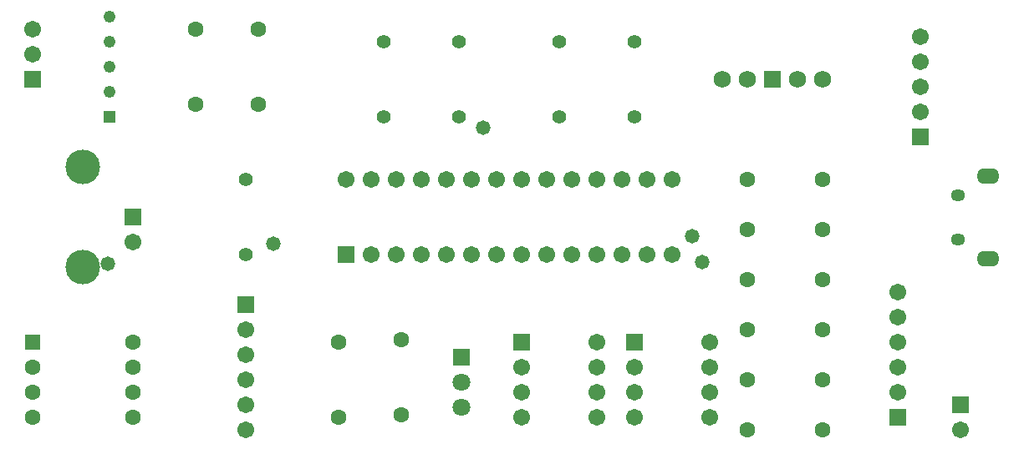
<source format=gbs>
G04 Layer_Color=16711935*
%FSLAX24Y24*%
%MOIN*%
G70*
G01*
G75*
%ADD37C,0.0630*%
%ADD38R,0.0630X0.0630*%
%ADD39R,0.0671X0.0671*%
%ADD40C,0.0671*%
%ADD41C,0.0480*%
%ADD42R,0.0480X0.0480*%
%ADD43C,0.0680*%
%ADD44R,0.0680X0.0680*%
%ADD45C,0.0631*%
%ADD46R,0.0710X0.0710*%
%ADD47C,0.0710*%
%ADD48R,0.0671X0.0671*%
%ADD49C,0.1379*%
%ADD50O,0.0572X0.0493*%
%ADD51C,0.0552*%
%ADD52C,0.0580*%
%ADD53O,0.0907X0.0631*%
D37*
X7000Y2000D02*
D03*
Y3000D02*
D03*
Y4000D02*
D03*
Y5000D02*
D03*
X3000Y2000D02*
D03*
Y3000D02*
D03*
Y4000D02*
D03*
D38*
Y5000D02*
D03*
D39*
X11500Y6500D02*
D03*
X38400Y13200D02*
D03*
X15500Y8500D02*
D03*
X37500Y2000D02*
D03*
X3000Y15500D02*
D03*
X40000Y2500D02*
D03*
D40*
X11500Y5500D02*
D03*
Y4500D02*
D03*
Y3500D02*
D03*
Y2500D02*
D03*
Y1500D02*
D03*
X38400Y17200D02*
D03*
Y16200D02*
D03*
Y15200D02*
D03*
Y14200D02*
D03*
X16500Y8500D02*
D03*
X17500D02*
D03*
X18500D02*
D03*
X19500D02*
D03*
X20500D02*
D03*
X21500D02*
D03*
X22500D02*
D03*
X23500D02*
D03*
X24500D02*
D03*
X25500D02*
D03*
X26500D02*
D03*
X27500D02*
D03*
X28500D02*
D03*
X15500Y11500D02*
D03*
X16500D02*
D03*
X17500D02*
D03*
X18500D02*
D03*
X19500D02*
D03*
X20500D02*
D03*
X21500D02*
D03*
X22500D02*
D03*
X23500D02*
D03*
X24500D02*
D03*
X25500D02*
D03*
X26500D02*
D03*
X27500D02*
D03*
X28500D02*
D03*
X7000Y9016D02*
D03*
X37500Y3000D02*
D03*
Y4000D02*
D03*
Y5000D02*
D03*
Y6000D02*
D03*
Y7000D02*
D03*
X3000Y17500D02*
D03*
Y16500D02*
D03*
X25500Y2000D02*
D03*
Y3000D02*
D03*
Y4000D02*
D03*
Y5000D02*
D03*
X22500Y2000D02*
D03*
Y3000D02*
D03*
Y4000D02*
D03*
X40000Y1500D02*
D03*
X30000Y2000D02*
D03*
Y3000D02*
D03*
Y4000D02*
D03*
Y5000D02*
D03*
X27000Y2000D02*
D03*
Y3000D02*
D03*
Y4000D02*
D03*
D41*
X6070Y18000D02*
D03*
Y17000D02*
D03*
Y16000D02*
D03*
Y15000D02*
D03*
D42*
Y14000D02*
D03*
D43*
X30500Y15500D02*
D03*
X31500D02*
D03*
X33500D02*
D03*
X34500D02*
D03*
D44*
X32500D02*
D03*
D45*
X17700Y2100D02*
D03*
Y5100D02*
D03*
X15200Y2000D02*
D03*
Y5000D02*
D03*
X12000Y14500D02*
D03*
Y17500D02*
D03*
X9500D02*
D03*
Y14500D02*
D03*
X34500Y11500D02*
D03*
X31500D02*
D03*
X34500Y9500D02*
D03*
X31500D02*
D03*
X34500Y7500D02*
D03*
X31500D02*
D03*
X34500Y5500D02*
D03*
X31500D02*
D03*
X34500Y3500D02*
D03*
X31500D02*
D03*
X34500Y1500D02*
D03*
X31500D02*
D03*
D46*
X20100Y4400D02*
D03*
D47*
Y3400D02*
D03*
Y2400D02*
D03*
D48*
X7000Y10000D02*
D03*
X22500Y5000D02*
D03*
X27000D02*
D03*
D49*
X4992Y7992D02*
D03*
Y12008D02*
D03*
D50*
X39902Y9112D02*
D03*
Y10864D02*
D03*
D51*
X20000Y17000D02*
D03*
X17000D02*
D03*
X24000D02*
D03*
X27000D02*
D03*
X11500Y8500D02*
D03*
Y11500D02*
D03*
X20000Y14000D02*
D03*
X17000D02*
D03*
X24000D02*
D03*
X27000D02*
D03*
D52*
X20950Y13560D02*
D03*
X29680Y8220D02*
D03*
X6000Y8150D02*
D03*
X29280Y9240D02*
D03*
X12590Y8950D02*
D03*
D53*
X41104Y11632D02*
D03*
Y8344D02*
D03*
M02*

</source>
